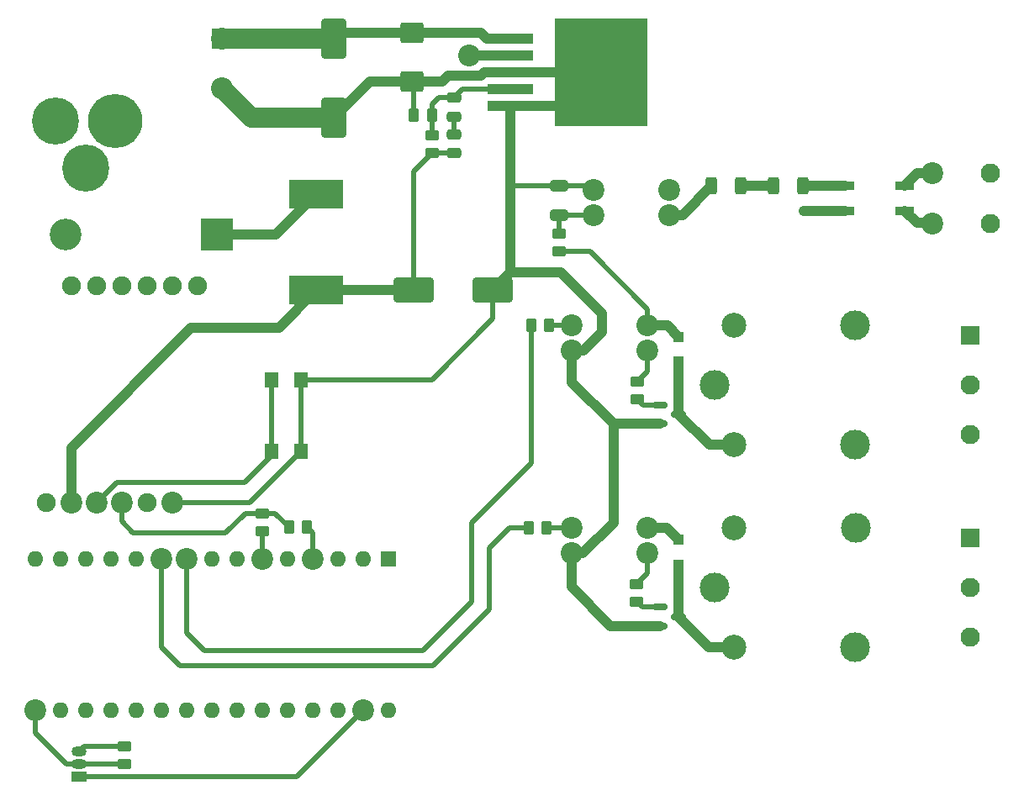
<source format=gtl>
G04 This is an RS-274x file exported by *
G04 gerbv version 2.6A *
G04 More information is available about gerbv at *
G04 http://gerbv.geda-project.org/ *
G04 --End of header info--*
%MOIN*%
%FSLAX34Y34*%
%IPPOS*%
G04 --Define apertures--*
%ADD10R,0.0394X0.0394*%
%AMMACRO11*
4,1,4,-0.068898,-0.039370,0.068898,-0.039370,0.068898,0.039370,-0.068898,0.039370,-0.068898,-0.039370,0.000000*
1,1,0.019685,-0.068898,-0.039370*
1,1,0.019685,0.068898,-0.039370*
1,1,0.019685,0.068898,0.039370*
1,1,0.019685,-0.068898,0.039370*
20,1,0.019685,-0.068898,-0.039370,0.068898,-0.039370,0.000000*
20,1,0.019685,0.068898,-0.039370,0.068898,0.039370,0.000000*
20,1,0.019685,0.068898,0.039370,-0.068898,0.039370,0.000000*
20,1,0.019685,-0.068898,0.039370,-0.068898,-0.039370,0.000000*
%
%ADD11MACRO11*%
%AMMACRO12*
4,1,4,-0.036417,0.031004,-0.036417,-0.031004,0.036417,-0.031004,0.036417,0.031004,-0.036417,0.031004,0.000000*
1,1,0.019685,-0.036417,0.031004*
1,1,0.019685,-0.036417,-0.031004*
1,1,0.019685,0.036417,-0.031004*
1,1,0.019685,0.036417,0.031004*
20,1,0.019685,-0.036417,0.031004,-0.036417,-0.031004,0.000000*
20,1,0.019685,-0.036417,-0.031004,0.036417,-0.031004,0.000000*
20,1,0.019685,0.036417,-0.031004,0.036417,0.031004,0.000000*
20,1,0.019685,0.036417,0.031004,-0.036417,0.031004,0.000000*
%
%ADD12MACRO12*%
%AMMACRO13*
4,1,4,0.017717,-0.010335,0.017717,0.010335,-0.017717,0.010335,-0.017717,-0.010335,0.017717,-0.010335,0.000000*
1,1,0.019685,0.017717,-0.010335*
1,1,0.019685,0.017717,0.010335*
1,1,0.019685,-0.017717,0.010335*
1,1,0.019685,-0.017717,-0.010335*
20,1,0.019685,0.017717,-0.010335,0.017717,0.010335,0.000000*
20,1,0.019685,0.017717,0.010335,-0.017717,0.010335,0.000000*
20,1,0.019685,-0.017717,0.010335,-0.017717,-0.010335,0.000000*
20,1,0.019685,-0.017717,-0.010335,0.017717,-0.010335,0.000000*
%
%ADD13MACRO13*%
%AMMACRO14*
4,1,4,0.018701,-0.009843,0.018701,0.009843,-0.018701,0.009843,-0.018701,-0.009843,0.018701,-0.009843,0.000000*
1,1,0.019685,0.018701,-0.009843*
1,1,0.019685,0.018701,0.009843*
1,1,0.019685,-0.018701,0.009843*
1,1,0.019685,-0.018701,-0.009843*
20,1,0.019685,0.018701,-0.009843,0.018701,0.009843,0.000000*
20,1,0.019685,0.018701,0.009843,-0.018701,0.009843,0.000000*
20,1,0.019685,-0.018701,0.009843,-0.018701,-0.009843,0.000000*
20,1,0.019685,-0.018701,-0.009843,0.018701,-0.009843,0.000000*
%
%ADD14MACRO14*%
%ADD15R,0.0768X0.0768*%
%ADD16C,0.0768*%
%AMMACRO17*
4,1,4,0.010335,0.017717,-0.010335,0.017717,-0.010335,-0.017717,0.010335,-0.017717,0.010335,0.017717,0.000000*
1,1,0.019685,0.010335,0.017717*
1,1,0.019685,-0.010335,0.017717*
1,1,0.019685,-0.010335,-0.017717*
1,1,0.019685,0.010335,-0.017717*
20,1,0.019685,0.010335,0.017717,-0.010335,0.017717,0.000000*
20,1,0.019685,-0.010335,0.017717,-0.010335,-0.017717,0.000000*
20,1,0.019685,-0.010335,-0.017717,0.010335,-0.017717,0.000000*
20,1,0.019685,0.010335,-0.017717,0.010335,0.017717,0.000000*
%
%ADD17MACRO17*%
%ADD18R,0.0630X0.0630*%
%ADD19O,0.0630X0.0630*%
%ADD20R,0.1811X0.0433*%
%ADD21R,0.3701X0.4252*%
%ADD22C,0.0748*%
%AMMACRO23*
4,1,4,-0.039370,0.068898,-0.039370,-0.068898,0.039370,-0.068898,0.039370,0.068898,-0.039370,0.068898,0.000000*
1,1,0.019685,-0.039370,0.068898*
1,1,0.019685,-0.039370,-0.068898*
1,1,0.019685,0.039370,-0.068898*
1,1,0.019685,0.039370,0.068898*
20,1,0.019685,-0.039370,0.068898,-0.039370,-0.068898,0.000000*
20,1,0.019685,-0.039370,-0.068898,0.039370,-0.068898,0.000000*
20,1,0.019685,0.039370,-0.068898,0.039370,0.068898,0.000000*
20,1,0.019685,0.039370,0.068898,-0.039370,0.068898,0.000000*
%
%ADD23MACRO23*%
%ADD24C,0.1181*%
%ADD25C,0.0984*%
%ADD26R,0.0591X0.0413*%
%ADD27O,0.0591X0.0413*%
%AMMACRO28*
4,1,4,-0.017717,0.010335,-0.017717,-0.010335,0.017717,-0.010335,0.017717,0.010335,-0.017717,0.010335,0.000000*
1,1,0.019685,-0.017717,0.010335*
1,1,0.019685,-0.017717,-0.010335*
1,1,0.019685,0.017717,-0.010335*
1,1,0.019685,0.017717,0.010335*
20,1,0.019685,-0.017717,0.010335,-0.017717,-0.010335,0.000000*
20,1,0.019685,-0.017717,-0.010335,0.017717,-0.010335,0.000000*
20,1,0.019685,0.017717,-0.010335,0.017717,0.010335,0.000000*
20,1,0.019685,0.017717,0.010335,-0.017717,0.010335,0.000000*
%
%ADD28MACRO28*%
%ADD29R,0.0787X0.0787*%
%ADD30C,0.0787*%
%AMMACRO31*
4,1,4,-0.023130,-0.005906,0.023130,-0.005906,0.023130,0.005906,-0.023130,0.005906,-0.023130,-0.005906,0.000000*
1,1,0.011811,-0.023130,-0.005906*
1,1,0.011811,0.023130,-0.005906*
1,1,0.011811,0.023130,0.005906*
1,1,0.011811,-0.023130,0.005906*
20,1,0.011811,-0.023130,-0.005906,0.023130,-0.005906,0.000000*
20,1,0.011811,0.023130,-0.005906,0.023130,0.005906,0.000000*
20,1,0.011811,0.023130,0.005906,-0.023130,0.005906,0.000000*
20,1,0.011811,-0.023130,0.005906,-0.023130,-0.005906,0.000000*
%
%ADD31MACRO31*%
%AMMACRO32*
4,1,4,0.025591,-0.012795,0.025591,0.012795,-0.025591,0.012795,-0.025591,-0.012795,0.025591,-0.012795,0.000000*
1,1,0.019685,0.025591,-0.012795*
1,1,0.019685,0.025591,0.012795*
1,1,0.019685,-0.025591,0.012795*
1,1,0.019685,-0.025591,-0.012795*
20,1,0.019685,0.025591,-0.012795,0.025591,0.012795,0.000000*
20,1,0.019685,0.025591,0.012795,-0.025591,0.012795,0.000000*
20,1,0.019685,-0.025591,0.012795,-0.025591,-0.012795,0.000000*
20,1,0.019685,-0.025591,-0.012795,0.025591,-0.012795,0.000000*
%
%ADD32MACRO32*%
%ADD33R,0.2126X0.1142*%
%ADD34R,0.0728X0.0374*%
%AMMACRO35*
4,1,4,-0.012303,-0.024606,0.012303,-0.024606,0.012303,0.024606,-0.012303,0.024606,-0.012303,-0.024606,0.000000*
1,1,0.019685,-0.012303,-0.024606*
1,1,0.019685,0.012303,-0.024606*
1,1,0.019685,0.012303,0.024606*
1,1,0.019685,-0.012303,0.024606*
20,1,0.019685,-0.012303,-0.024606,0.012303,-0.024606,0.000000*
20,1,0.019685,0.012303,-0.024606,0.012303,0.024606,0.000000*
20,1,0.019685,0.012303,0.024606,-0.012303,0.024606,0.000000*
20,1,0.019685,-0.012303,0.024606,-0.012303,-0.024606,0.000000*
%
%ADD35MACRO35*%
%ADD36R,0.1260X0.1260*%
%ADD37O,0.1260X0.1260*%
%ADD38R,0.0551X0.0630*%
%ADD39C,0.2150*%
%ADD40C,0.1866*%
%ADD41C,0.0866*%
%ADD42C,0.0354*%
%ADD43C,0.0197*%
%ADD44C,0.0394*%
%ADD45C,0.0787*%
%ADD46C,0.0098*%
G04 --Start main section--*
G54D10*
G01X0062672Y-045695D03*
G01X0062672Y-046679D03*
G54D11*
G01X0052173Y-035799D03*
G01X0055323Y-035799D03*
G54D12*
G01X0052114Y-025586D03*
G01X0052114Y-027525D03*
G54D13*
G01X0061030Y-048170D03*
G01X0061030Y-047452D03*
G54D14*
G01X0053783Y-028921D03*
G01X0053783Y-028173D03*
G54D15*
G01X0074264Y-037583D03*
G54D16*
G01X0074264Y-039552D03*
G01X0074264Y-041520D03*
G54D17*
G01X0052899Y-028878D03*
G01X0052180Y-028878D03*
G54D18*
G01X0062313Y-032815D03*
G54D19*
G01X0062313Y-031815D03*
G01X0059313Y-031815D03*
G01X0059313Y-032815D03*
G54D20*
G01X0056028Y-025827D03*
G01X0056028Y-026496D03*
G01X0056028Y-027165D03*
G54D21*
G01X0059630Y-027165D03*
G54D20*
G01X0056028Y-027835D03*
G01X0056028Y-028504D03*
G54D22*
G01X0037598Y-044232D03*
G01X0038598Y-044232D03*
G01X0039598Y-044232D03*
G01X0040598Y-044232D03*
G01X0041598Y-044232D03*
G01X0042598Y-044232D03*
G01X0043598Y-035622D03*
G01X0042598Y-035622D03*
G01X0041598Y-035622D03*
G01X0040598Y-035622D03*
G01X0039598Y-035622D03*
G01X0038598Y-035622D03*
G54D18*
G01X0058449Y-045232D03*
G54D19*
G01X0058449Y-046232D03*
G01X0061449Y-046232D03*
G01X0061449Y-045232D03*
G54D23*
G01X0049004Y-025827D03*
G01X0049004Y-028976D03*
G54D24*
G01X0064105Y-039552D03*
G54D25*
G01X0064873Y-041934D03*
G54D24*
G01X0069676Y-041934D03*
G01X0069696Y-037190D03*
G54D25*
G01X0064873Y-037209D03*
G54D26*
G01X0038898Y-055098D03*
G54D27*
G01X0038898Y-054598D03*
G01X0038898Y-054098D03*
G54D28*
G01X0040709Y-053893D03*
G01X0040709Y-054611D03*
G54D16*
G01X0075047Y-031177D03*
G01X0075047Y-033146D03*
G54D24*
G01X0064109Y-047585D03*
G54D25*
G01X0064877Y-049967D03*
G54D24*
G01X0069680Y-049967D03*
G01X0069700Y-045222D03*
G54D25*
G01X0064877Y-045242D03*
G54D29*
G01X0044567Y-025830D03*
G54D30*
G01X0044567Y-027798D03*
G54D18*
G01X0058455Y-037207D03*
G54D19*
G01X0058455Y-038207D03*
G01X0061455Y-038207D03*
G01X0061455Y-037207D03*
G54D31*
G01X0061939Y-048372D03*
G01X0061939Y-049120D03*
G01X0062677Y-048746D03*
G54D32*
G01X0057945Y-032825D03*
G01X0057945Y-031663D03*
G54D17*
G01X0057556Y-037201D03*
G01X0056838Y-037201D03*
G01X0057462Y-045232D03*
G01X0056743Y-045232D03*
G54D13*
G01X0061054Y-040133D03*
G01X0061054Y-039414D03*
G01X0052898Y-030375D03*
G01X0052898Y-029656D03*
G54D15*
G01X0074258Y-045616D03*
G54D16*
G01X0074258Y-047585D03*
G01X0074258Y-049553D03*
G54D33*
G01X0048327Y-031988D03*
G01X0048327Y-035807D03*
G54D34*
G01X0069270Y-031668D03*
G01X0069270Y-032652D03*
G01X0071652Y-032652D03*
G01X0071652Y-031668D03*
G54D14*
G01X0053783Y-030378D03*
G01X0053783Y-029630D03*
G54D35*
G01X0066452Y-031673D03*
G01X0067603Y-031673D03*
G54D10*
G01X0062688Y-037659D03*
G01X0062688Y-038644D03*
G54D36*
G01X0044388Y-033602D03*
G54D37*
G01X0038388Y-033602D03*
G54D35*
G01X0063991Y-031673D03*
G01X0065143Y-031673D03*
G54D38*
G01X0047717Y-039350D03*
G01X0047717Y-042185D03*
G01X0046535Y-039350D03*
G01X0046535Y-042185D03*
G54D17*
G01X0047950Y-045189D03*
G01X0047231Y-045189D03*
G54D13*
G01X0046173Y-045367D03*
G01X0046173Y-044649D03*
G54D31*
G01X0061955Y-040349D03*
G01X0061955Y-041097D03*
G01X0062693Y-040723D03*
G54D39*
G01X0040354Y-029100D03*
G54D40*
G01X0037992Y-029100D03*
G01X0039173Y-030951D03*
G54D18*
G01X0051181Y-046457D03*
G54D19*
G01X0050181Y-046457D03*
G01X0049181Y-046457D03*
G01X0048181Y-046457D03*
G01X0047181Y-046457D03*
G01X0046181Y-046457D03*
G01X0045181Y-046457D03*
G01X0044181Y-046457D03*
G01X0043181Y-046457D03*
G01X0042181Y-046457D03*
G01X0041181Y-046457D03*
G01X0040181Y-046457D03*
G01X0039181Y-046457D03*
G01X0038181Y-046457D03*
G01X0037181Y-046457D03*
G01X0037181Y-052457D03*
G01X0038181Y-052457D03*
G01X0039181Y-052457D03*
G01X0040181Y-052457D03*
G01X0041181Y-052457D03*
G01X0042181Y-052457D03*
G01X0043181Y-052457D03*
G01X0044181Y-052457D03*
G01X0045181Y-052457D03*
G01X0046181Y-052457D03*
G01X0047181Y-052457D03*
G01X0048181Y-052457D03*
G01X0049181Y-052457D03*
G01X0050181Y-052457D03*
G01X0051181Y-052457D03*
G54D13*
G01X0057953Y-034273D03*
G01X0057953Y-033554D03*
G54D41*
G01X0059313Y-031815D03*
G01X0050181Y-052457D03*
G01X0042598Y-044232D03*
G01X0044567Y-027798D03*
G01X0048181Y-046457D03*
G01X0058449Y-046232D03*
G01X0058455Y-038207D03*
G01X0059313Y-032815D03*
G01X0043181Y-046457D03*
G01X0042181Y-046457D03*
G01X0037181Y-052457D03*
G01X0061449Y-045232D03*
G01X0061457Y-037209D03*
G01X0044567Y-025830D03*
G01X0062313Y-031815D03*
G54D42*
G01X0067642Y-032654D03*
G54D41*
G01X0072736Y-033150D03*
G01X0072733Y-031176D03*
G01X0038598Y-044232D03*
G01X0054390Y-026496D03*
G01X0062313Y-032815D03*
G01X0058455Y-037207D03*
G01X0061455Y-038207D03*
G01X0040598Y-044232D03*
G01X0058449Y-045232D03*
G01X0061449Y-046232D03*
G01X0039598Y-044232D03*
G01X0046181Y-046457D03*
G54D43*
G01X0052180Y-028878D02*
G01X0052180Y-027591D01*
G54D44*
G01X0059991Y-049120D02*
G01X0058449Y-047578D01*
G54D43*
G01X0047539Y-055098D02*
G01X0050181Y-052457D01*
G54D44*
G01X0053318Y-027525D02*
G01X0052114Y-027525D01*
G54D43*
G01X0057945Y-031663D02*
G01X0056132Y-031663D01*
G01X0052906Y-039350D02*
G01X0047717Y-039350D01*
G54D44*
G01X0058449Y-046232D02*
G01X0058894Y-046232D01*
G01X0058455Y-039447D02*
G01X0058455Y-038207D01*
G01X0056028Y-027165D02*
G01X0059630Y-027165D01*
G01X0058449Y-047578D02*
G01X0058449Y-046232D01*
G01X0050456Y-027525D02*
G01X0049004Y-028976D01*
G01X0059657Y-037449D02*
G01X0058900Y-038207D01*
G01X0058020Y-035094D02*
G01X0059657Y-036732D01*
G01X0054980Y-027165D02*
G01X0054843Y-027303D01*
G01X0060105Y-041097D02*
G01X0058455Y-039447D01*
G01X0056028Y-035094D02*
G01X0055323Y-035799D01*
G54D43*
G01X0047717Y-042185D02*
G01X0045669Y-044232D01*
G54D44*
G01X0058291Y-028504D02*
G01X0059630Y-027165D01*
G01X0058900Y-038207D02*
G01X0058455Y-038207D01*
G54D43*
G01X0038898Y-055098D02*
G01X0047539Y-055098D01*
G54D44*
G01X0053539Y-027303D02*
G01X0053318Y-027525D01*
G01X0056028Y-031559D02*
G01X0056028Y-035094D01*
G54D43*
G01X0055323Y-036933D02*
G01X0052906Y-039350D01*
G54D44*
G01X0060099Y-045027D02*
G01X0060099Y-041103D01*
G54D45*
G01X0045745Y-028976D02*
G01X0044567Y-027798D01*
G54D44*
G01X0058894Y-046232D02*
G01X0060099Y-045027D01*
G01X0061955Y-041097D02*
G01X0060105Y-041097D01*
G54D45*
G01X0049004Y-028976D02*
G01X0045745Y-028976D01*
G54D43*
G01X0048181Y-045420D02*
G01X0048181Y-046457D01*
G54D44*
G01X0056028Y-028504D02*
G01X0056028Y-031559D01*
G54D43*
G01X0059161Y-031663D02*
G01X0059313Y-031815D01*
G54D44*
G01X0054843Y-027303D02*
G01X0053539Y-027303D01*
G54D43*
G01X0047717Y-039350D02*
G01X0047717Y-042185D01*
G01X0057945Y-031663D02*
G01X0059161Y-031663D01*
G54D44*
G01X0056028Y-035094D02*
G01X0058020Y-035094D01*
G01X0056028Y-028504D02*
G01X0058291Y-028504D01*
G01X0061939Y-049120D02*
G01X0059991Y-049120D01*
G54D43*
G01X0055323Y-035799D02*
G01X0055323Y-036933D01*
G54D44*
G01X0059657Y-036732D02*
G01X0059657Y-037449D01*
G54D43*
G01X0056132Y-031663D02*
G01X0056028Y-031559D01*
G01X0047950Y-045189D02*
G01X0048181Y-045420D01*
G01X0045669Y-044232D02*
G01X0042598Y-044232D01*
G54D44*
G01X0060099Y-041103D02*
G01X0060105Y-041097D01*
G01X0056028Y-027165D02*
G01X0054980Y-027165D01*
G54D43*
G01X0052180Y-027591D02*
G01X0052114Y-027525D01*
G54D44*
G01X0052114Y-027525D02*
G01X0050456Y-027525D01*
G54D43*
G01X0059303Y-032825D02*
G01X0059313Y-032815D01*
G01X0057945Y-032825D02*
G01X0057945Y-033546D01*
G01X0057945Y-033546D02*
G01X0057953Y-033554D01*
G01X0057945Y-032825D02*
G01X0059303Y-032825D01*
G01X0043878Y-050079D02*
G01X0043181Y-049382D01*
G01X0043181Y-049382D02*
G01X0043181Y-046457D01*
G01X0054488Y-048150D02*
G01X0052559Y-050079D01*
G01X0054488Y-045020D02*
G01X0054488Y-048150D01*
G01X0056838Y-037201D02*
G01X0056838Y-042670D01*
G01X0056838Y-042670D02*
G01X0054488Y-045020D01*
G01X0052559Y-050079D02*
G01X0043878Y-050079D01*
G01X0052933Y-050689D02*
G01X0042913Y-050689D01*
G01X0056743Y-045232D02*
G01X0055983Y-045232D01*
G01X0042913Y-050689D02*
G01X0042181Y-049957D01*
G01X0055177Y-048445D02*
G01X0052933Y-050689D01*
G01X0055983Y-045232D02*
G01X0055177Y-046038D01*
G01X0055177Y-046038D02*
G01X0055177Y-048445D01*
G01X0042181Y-049957D02*
G01X0042181Y-046457D01*
G01X0040696Y-054598D02*
G01X0040709Y-054611D01*
G01X0038898Y-054598D02*
G01X0040696Y-054598D01*
G01X0037181Y-052457D02*
G01X0037181Y-053374D01*
G01X0037181Y-053374D02*
G01X0038406Y-054598D01*
G01X0038406Y-054598D02*
G01X0038898Y-054598D01*
G01X0061455Y-037207D02*
G01X0061455Y-036561D01*
G54D44*
G01X0056028Y-025827D02*
G01X0055079Y-025827D01*
G01X0052119Y-025591D02*
G01X0052114Y-025586D01*
G01X0062209Y-045232D02*
G01X0062672Y-045695D01*
G01X0061455Y-037207D02*
G01X0062235Y-037207D01*
G54D43*
G01X0039103Y-053893D02*
G01X0038898Y-054098D01*
G54D44*
G01X0052114Y-025586D02*
G01X0049245Y-025586D01*
G01X0055079Y-025827D02*
G01X0054843Y-025591D01*
G54D43*
G01X0040709Y-053893D02*
G01X0039103Y-053893D01*
G54D44*
G01X0062235Y-037207D02*
G01X0062688Y-037659D01*
G54D45*
G01X0049001Y-025830D02*
G01X0049004Y-025827D01*
G54D44*
G01X0049245Y-025586D02*
G01X0049004Y-025827D01*
G54D43*
G01X0061455Y-036561D02*
G01X0059166Y-034273D01*
G54D44*
G01X0061449Y-045232D02*
G01X0062209Y-045232D01*
G54D45*
G01X0044567Y-025830D02*
G01X0049001Y-025830D01*
G54D44*
G01X0054843Y-025591D02*
G01X0052119Y-025591D01*
G54D43*
G01X0057953Y-034273D02*
G01X0059166Y-034273D01*
G54D44*
G01X0067603Y-031673D02*
G01X0069265Y-031673D01*
G01X0069265Y-031673D02*
G01X0069270Y-031668D01*
G01X0067643Y-032652D02*
G01X0067642Y-032654D01*
G01X0069270Y-032652D02*
G01X0067643Y-032652D01*
G01X0072144Y-033144D02*
G01X0071652Y-032652D01*
G01X0072736Y-033150D02*
G01X0072144Y-033144D01*
G01X0072144Y-031176D02*
G01X0071652Y-031668D01*
G01X0072733Y-031176D02*
G01X0072144Y-031176D01*
G54D43*
G01X0052173Y-031099D02*
G01X0052173Y-035799D01*
G01X0053783Y-030378D02*
G01X0052901Y-030378D01*
G54D44*
G01X0038598Y-042051D02*
G01X0043346Y-037303D01*
G01X0048335Y-035799D02*
G01X0048327Y-035807D01*
G01X0052173Y-035799D02*
G01X0048335Y-035799D01*
G54D43*
G01X0052901Y-030378D02*
G01X0052898Y-030375D01*
G54D44*
G01X0046831Y-037303D02*
G01X0048327Y-035807D01*
G01X0043346Y-037303D02*
G01X0046831Y-037303D01*
G01X0038598Y-044232D02*
G01X0038598Y-042051D01*
G54D43*
G01X0052898Y-030375D02*
G01X0052173Y-031099D01*
G01X0053783Y-029630D02*
G01X0053783Y-028921D01*
G01X0053189Y-028169D02*
G01X0052899Y-028420D01*
G01X0052899Y-028878D02*
G01X0052899Y-029656D01*
G01X0054122Y-027835D02*
G01X0053783Y-028173D01*
G01X0056028Y-027835D02*
G01X0054122Y-027835D01*
G01X0053783Y-028173D02*
G01X0053189Y-028169D01*
G01X0052899Y-028420D02*
G01X0052899Y-028878D01*
G01X0052899Y-029656D02*
G01X0052898Y-029656D01*
G54D44*
G01X0044388Y-033602D02*
G01X0046713Y-033602D01*
G01X0056028Y-026496D02*
G01X0054390Y-026496D01*
G01X0046713Y-033602D02*
G01X0048327Y-031988D01*
G01X0063903Y-041934D02*
G01X0062693Y-040723D01*
G01X0064873Y-041934D02*
G01X0063903Y-041934D01*
G01X0062688Y-040718D02*
G01X0062693Y-040723D01*
G01X0062688Y-038644D02*
G01X0062688Y-040718D01*
G01X0063897Y-049967D02*
G01X0062677Y-048746D01*
G01X0064877Y-049967D02*
G01X0063897Y-049967D01*
G01X0062677Y-046684D02*
G01X0062672Y-046679D01*
G01X0062677Y-048746D02*
G01X0062677Y-046684D01*
G54D43*
G01X0061955Y-040349D02*
G01X0061270Y-040349D01*
G01X0061270Y-040349D02*
G01X0061054Y-040133D01*
G01X0061231Y-048372D02*
G01X0061030Y-048170D01*
G01X0061939Y-048372D02*
G01X0061231Y-048372D01*
G54D44*
G01X0062849Y-032815D02*
G01X0063991Y-031673D01*
G01X0062313Y-032815D02*
G01X0062849Y-032815D01*
G01X0065143Y-031673D02*
G01X0066452Y-031673D01*
G54D43*
G01X0058455Y-037207D02*
G01X0057562Y-037207D01*
G01X0057562Y-037207D02*
G01X0057556Y-037201D01*
G01X0061455Y-039013D02*
G01X0061054Y-039414D01*
G01X0061455Y-038207D02*
G01X0061455Y-039013D01*
G01X0046173Y-044649D02*
G01X0046691Y-044649D01*
G01X0045501Y-044649D02*
G01X0044724Y-045425D01*
G01X0044724Y-045425D02*
G01X0041039Y-045425D01*
G01X0040602Y-044953D02*
G01X0040598Y-044937D01*
G01X0041039Y-045425D02*
G01X0040602Y-044953D01*
G01X0040598Y-044937D02*
G01X0040598Y-044232D01*
G01X0046691Y-044649D02*
G01X0047231Y-045189D01*
G01X0046173Y-044649D02*
G01X0045501Y-044649D01*
G01X0058449Y-045232D02*
G01X0057462Y-045232D01*
G01X0061449Y-046232D02*
G01X0061449Y-047033D01*
G01X0061449Y-047033D02*
G01X0061030Y-047452D01*
G01X0040406Y-043425D02*
G01X0045472Y-043425D01*
G01X0045472Y-043425D02*
G01X0046535Y-042362D01*
G01X0039598Y-044232D02*
G01X0040406Y-043425D01*
G01X0046535Y-042362D02*
G01X0046535Y-042185D01*
G01X0046535Y-039350D02*
G01X0046535Y-042185D01*
G01X0046181Y-046457D02*
G01X0046181Y-045375D01*
G54D46*
G01X0046181Y-045375D02*
G01X0046173Y-045367D01*
M02*

</source>
